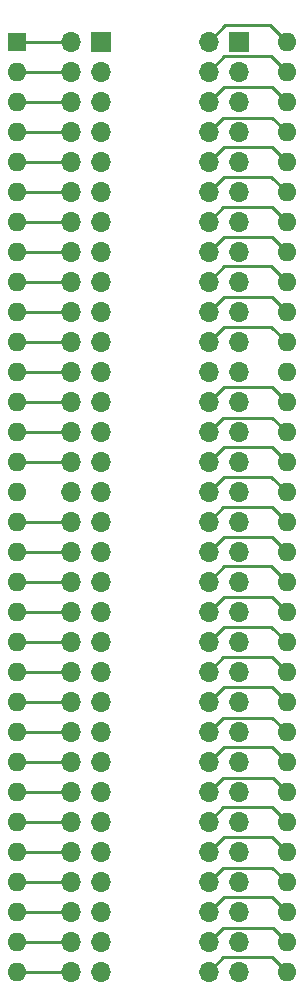
<source format=gbr>
G04 #@! TF.GenerationSoftware,KiCad,Pcbnew,(7.0.0-0)*
G04 #@! TF.CreationDate,2023-03-11T12:41:52+01:00*
G04 #@! TF.ProjectId,86KUUTHeader,38364b55-5554-4486-9561-6465722e6b69,rev?*
G04 #@! TF.SameCoordinates,Original*
G04 #@! TF.FileFunction,Copper,L2,Bot*
G04 #@! TF.FilePolarity,Positive*
%FSLAX46Y46*%
G04 Gerber Fmt 4.6, Leading zero omitted, Abs format (unit mm)*
G04 Created by KiCad (PCBNEW (7.0.0-0)) date 2023-03-11 12:41:52*
%MOMM*%
%LPD*%
G01*
G04 APERTURE LIST*
G04 #@! TA.AperFunction,ComponentPad*
%ADD10R,1.700000X1.700000*%
G04 #@! TD*
G04 #@! TA.AperFunction,ComponentPad*
%ADD11O,1.700000X1.700000*%
G04 #@! TD*
G04 #@! TA.AperFunction,ComponentPad*
%ADD12R,1.600000X1.600000*%
G04 #@! TD*
G04 #@! TA.AperFunction,ComponentPad*
%ADD13O,1.600000X1.600000*%
G04 #@! TD*
G04 #@! TA.AperFunction,Conductor*
%ADD14C,0.250000*%
G04 #@! TD*
G04 APERTURE END LIST*
D10*
X130359999Y-58799999D03*
D11*
X127819999Y-58799999D03*
X130359999Y-61339999D03*
X127819999Y-61339999D03*
X130359999Y-63879999D03*
X127819999Y-63879999D03*
X130359999Y-66419999D03*
X127819999Y-66419999D03*
X130359999Y-68959999D03*
X127819999Y-68959999D03*
X130359999Y-71499999D03*
X127819999Y-71499999D03*
X130359999Y-74039999D03*
X127819999Y-74039999D03*
X130359999Y-76579999D03*
X127819999Y-76579999D03*
X130359999Y-79119999D03*
X127819999Y-79119999D03*
X130359999Y-81659999D03*
X127819999Y-81659999D03*
X130359999Y-84199999D03*
X127819999Y-84199999D03*
X130359999Y-86739999D03*
X127819999Y-86739999D03*
X130359999Y-89279999D03*
X127819999Y-89279999D03*
X130359999Y-91819999D03*
X127819999Y-91819999D03*
X130359999Y-94359999D03*
X127819999Y-94359999D03*
X130359999Y-96899999D03*
X127819999Y-96899999D03*
X130359999Y-99439999D03*
X127819999Y-99439999D03*
X130359999Y-101979999D03*
X127819999Y-101979999D03*
X130359999Y-104519999D03*
X127819999Y-104519999D03*
X130359999Y-107059999D03*
X127819999Y-107059999D03*
X130359999Y-109599999D03*
X127819999Y-109599999D03*
X130359999Y-112139999D03*
X127819999Y-112139999D03*
X130359999Y-114679999D03*
X127819999Y-114679999D03*
X130359999Y-117219999D03*
X127819999Y-117219999D03*
X130359999Y-119759999D03*
X127819999Y-119759999D03*
X130359999Y-122299999D03*
X127819999Y-122299999D03*
X130359999Y-124839999D03*
X127819999Y-124839999D03*
X130359999Y-127379999D03*
X127819999Y-127379999D03*
X130359999Y-129919999D03*
X127819999Y-129919999D03*
X130359999Y-132459999D03*
X127819999Y-132459999D03*
X130359999Y-134999999D03*
X127819999Y-134999999D03*
X130359999Y-137539999D03*
X127819999Y-137539999D03*
D10*
X141999999Y-58799999D03*
D11*
X139459999Y-58799999D03*
X141999999Y-61339999D03*
X139459999Y-61339999D03*
X141999999Y-63879999D03*
X139459999Y-63879999D03*
X141999999Y-66419999D03*
X139459999Y-66419999D03*
X141999999Y-68959999D03*
X139459999Y-68959999D03*
X141999999Y-71499999D03*
X139459999Y-71499999D03*
X141999999Y-74039999D03*
X139459999Y-74039999D03*
X141999999Y-76579999D03*
X139459999Y-76579999D03*
X141999999Y-79119999D03*
X139459999Y-79119999D03*
X141999999Y-81659999D03*
X139459999Y-81659999D03*
X141999999Y-84199999D03*
X139459999Y-84199999D03*
X141999999Y-86739999D03*
X139459999Y-86739999D03*
X141999999Y-89279999D03*
X139459999Y-89279999D03*
X141999999Y-91819999D03*
X139459999Y-91819999D03*
X141999999Y-94359999D03*
X139459999Y-94359999D03*
X141999999Y-96899999D03*
X139459999Y-96899999D03*
X141999999Y-99439999D03*
X139459999Y-99439999D03*
X141999999Y-101979999D03*
X139459999Y-101979999D03*
X141999999Y-104519999D03*
X139459999Y-104519999D03*
X141999999Y-107059999D03*
X139459999Y-107059999D03*
X141999999Y-109599999D03*
X139459999Y-109599999D03*
X141999999Y-112139999D03*
X139459999Y-112139999D03*
X141999999Y-114679999D03*
X139459999Y-114679999D03*
X141999999Y-117219999D03*
X139459999Y-117219999D03*
X141999999Y-119759999D03*
X139459999Y-119759999D03*
X141999999Y-122299999D03*
X139459999Y-122299999D03*
X141999999Y-124839999D03*
X139459999Y-124839999D03*
X141999999Y-127379999D03*
X139459999Y-127379999D03*
X141999999Y-129919999D03*
X139459999Y-129919999D03*
X141999999Y-132459999D03*
X139459999Y-132459999D03*
X141999999Y-134999999D03*
X139459999Y-134999999D03*
X141999999Y-137539999D03*
X139459999Y-137539999D03*
D12*
X123206999Y-58799999D03*
D13*
X123206999Y-61339999D03*
X123206999Y-63879999D03*
X123206999Y-66419999D03*
X123206999Y-68959999D03*
X123206999Y-71499999D03*
X123206999Y-74039999D03*
X123206999Y-76579999D03*
X123206999Y-79119999D03*
X123206999Y-81659999D03*
X123206999Y-84199999D03*
X123206999Y-86739999D03*
X123206999Y-89279999D03*
X123206999Y-91819999D03*
X123206999Y-94359999D03*
X123206999Y-96899999D03*
X123206999Y-99439999D03*
X123206999Y-101979999D03*
X123206999Y-104519999D03*
X123206999Y-107059999D03*
X123206999Y-109599999D03*
X123206999Y-112139999D03*
X123206999Y-114679999D03*
X123206999Y-117219999D03*
X123206999Y-119759999D03*
X123206999Y-122299999D03*
X123206999Y-124839999D03*
X123206999Y-127379999D03*
X123206999Y-129919999D03*
X123206999Y-132459999D03*
X123206999Y-134999999D03*
X123206999Y-137539999D03*
X146066999Y-137539999D03*
X146066999Y-134999999D03*
X146066999Y-132459999D03*
X146066999Y-129919999D03*
X146066999Y-127379999D03*
X146066999Y-124839999D03*
X146066999Y-122299999D03*
X146066999Y-119759999D03*
X146066999Y-117219999D03*
X146066999Y-114679999D03*
X146066999Y-112139999D03*
X146066999Y-109599999D03*
X146066999Y-107059999D03*
X146066999Y-104519999D03*
X146066999Y-101979999D03*
X146066999Y-99439999D03*
X146066999Y-96899999D03*
X146066999Y-94359999D03*
X146066999Y-91819999D03*
X146066999Y-89279999D03*
X146066999Y-86739999D03*
X146066999Y-84199999D03*
X146066999Y-81659999D03*
X146066999Y-79119999D03*
X146066999Y-76579999D03*
X146066999Y-74039999D03*
X146066999Y-71499999D03*
X146066999Y-68959999D03*
X146066999Y-66419999D03*
X146066999Y-63879999D03*
X146066999Y-61339999D03*
X146066999Y-58799999D03*
D14*
X123207000Y-58800000D02*
X127820000Y-58800000D01*
X123207000Y-61340000D02*
X127820000Y-61340000D01*
X123207000Y-63880000D02*
X127820000Y-63880000D01*
X123207000Y-66420000D02*
X127820000Y-66420000D01*
X123207000Y-68960000D02*
X127820000Y-68960000D01*
X123207000Y-71500000D02*
X127820000Y-71500000D01*
X123207000Y-74040000D02*
X127820000Y-74040000D01*
X123207000Y-76580000D02*
X127820000Y-76580000D01*
X123207000Y-79120000D02*
X127820000Y-79120000D01*
X123207000Y-81660000D02*
X127820000Y-81660000D01*
X123207000Y-84200000D02*
X127820000Y-84200000D01*
X123207000Y-86740000D02*
X127820000Y-86740000D01*
X123207000Y-89280000D02*
X127820000Y-89280000D01*
X123207000Y-91820000D02*
X127820000Y-91820000D01*
X123207000Y-94360000D02*
X127820000Y-94360000D01*
X123207000Y-99440000D02*
X127820000Y-99440000D01*
X123207000Y-101980000D02*
X127820000Y-101980000D01*
X123207000Y-104520000D02*
X127820000Y-104520000D01*
X123207000Y-107060000D02*
X127820000Y-107060000D01*
X123207000Y-109600000D02*
X127820000Y-109600000D01*
X123207000Y-112140000D02*
X127820000Y-112140000D01*
X123207000Y-114680000D02*
X127820000Y-114680000D01*
X123207000Y-117220000D02*
X127820000Y-117220000D01*
X123207000Y-119760000D02*
X127820000Y-119760000D01*
X123207000Y-122300000D02*
X127820000Y-122300000D01*
X123207000Y-124840000D02*
X127820000Y-124840000D01*
X123207000Y-127380000D02*
X127820000Y-127380000D01*
X123207000Y-129920000D02*
X127820000Y-129920000D01*
X123207000Y-132460000D02*
X127820000Y-132460000D01*
X123207000Y-135000000D02*
X127820000Y-135000000D01*
X123207000Y-137540000D02*
X127820000Y-137540000D01*
X139460000Y-137540000D02*
X140700000Y-136300000D01*
X140700000Y-136300000D02*
X144827000Y-136300000D01*
X144827000Y-136300000D02*
X146067000Y-137540000D01*
X144867000Y-133800000D02*
X146067000Y-135000000D01*
X140660000Y-133800000D02*
X144867000Y-133800000D01*
X139460000Y-135000000D02*
X140660000Y-133800000D01*
X144807000Y-131200000D02*
X146067000Y-132460000D01*
X140720000Y-131200000D02*
X144807000Y-131200000D01*
X139460000Y-132460000D02*
X140720000Y-131200000D01*
X140680000Y-128700000D02*
X144847000Y-128700000D01*
X139460000Y-129920000D02*
X140680000Y-128700000D01*
X144847000Y-128700000D02*
X146067000Y-129920000D01*
X140740000Y-126100000D02*
X144787000Y-126100000D01*
X144787000Y-126100000D02*
X146067000Y-127380000D01*
X139460000Y-127380000D02*
X140740000Y-126100000D01*
X144827000Y-123600000D02*
X146067000Y-124840000D01*
X139460000Y-124840000D02*
X140700000Y-123600000D01*
X140700000Y-123600000D02*
X144827000Y-123600000D01*
X139460000Y-122300000D02*
X140660000Y-121100000D01*
X144867000Y-121100000D02*
X146067000Y-122300000D01*
X140660000Y-121100000D02*
X144867000Y-121100000D01*
X140720000Y-118500000D02*
X144807000Y-118500000D01*
X139460000Y-119760000D02*
X140720000Y-118500000D01*
X144807000Y-118500000D02*
X146067000Y-119760000D01*
X144847000Y-116000000D02*
X146067000Y-117220000D01*
X139460000Y-117220000D02*
X140680000Y-116000000D01*
X140680000Y-116000000D02*
X144847000Y-116000000D01*
X139460000Y-114680000D02*
X140740000Y-113400000D01*
X144787000Y-113400000D02*
X146067000Y-114680000D01*
X140740000Y-113400000D02*
X144787000Y-113400000D01*
X144827000Y-110900000D02*
X146067000Y-112140000D01*
X139460000Y-112140000D02*
X140700000Y-110900000D01*
X140700000Y-110900000D02*
X144827000Y-110900000D01*
X140760000Y-108300000D02*
X144767000Y-108300000D01*
X144767000Y-108300000D02*
X146067000Y-109600000D01*
X139460000Y-109600000D02*
X140760000Y-108300000D01*
X144807000Y-105800000D02*
X146067000Y-107060000D01*
X139460000Y-107060000D02*
X140720000Y-105800000D01*
X140720000Y-105800000D02*
X144807000Y-105800000D01*
X144747000Y-103200000D02*
X146067000Y-104520000D01*
X139460000Y-104520000D02*
X140780000Y-103200000D01*
X140780000Y-103200000D02*
X144747000Y-103200000D01*
X139460000Y-101980000D02*
X140740000Y-100700000D01*
X144787000Y-100700000D02*
X146067000Y-101980000D01*
X140740000Y-100700000D02*
X144787000Y-100700000D01*
X139460000Y-99440000D02*
X140700000Y-98200000D01*
X144827000Y-98200000D02*
X146067000Y-99440000D01*
X140700000Y-98200000D02*
X144827000Y-98200000D01*
X140760000Y-95600000D02*
X144767000Y-95600000D01*
X139460000Y-96900000D02*
X140760000Y-95600000D01*
X144767000Y-95600000D02*
X146067000Y-96900000D01*
X144807000Y-93100000D02*
X146067000Y-94360000D01*
X139460000Y-94360000D02*
X140720000Y-93100000D01*
X140720000Y-93100000D02*
X144807000Y-93100000D01*
X140680000Y-90600000D02*
X144847000Y-90600000D01*
X139460000Y-91820000D02*
X140680000Y-90600000D01*
X144847000Y-90600000D02*
X146067000Y-91820000D01*
X139460000Y-89280000D02*
X140740000Y-88000000D01*
X144787000Y-88000000D02*
X146067000Y-89280000D01*
X140740000Y-88000000D02*
X144787000Y-88000000D01*
X139460000Y-84200000D02*
X140760000Y-82900000D01*
X144767000Y-82900000D02*
X146067000Y-84200000D01*
X140760000Y-82900000D02*
X144767000Y-82900000D01*
X144807000Y-80400000D02*
X146067000Y-81660000D01*
X140720000Y-80400000D02*
X144807000Y-80400000D01*
X139460000Y-81660000D02*
X140720000Y-80400000D01*
X144747000Y-77800000D02*
X146067000Y-79120000D01*
X140780000Y-77800000D02*
X144747000Y-77800000D01*
X139460000Y-79120000D02*
X140780000Y-77800000D01*
X139460000Y-76580000D02*
X140740000Y-75300000D01*
X144787000Y-75300000D02*
X146067000Y-76580000D01*
X140740000Y-75300000D02*
X144787000Y-75300000D01*
X140700000Y-72800000D02*
X144827000Y-72800000D01*
X139460000Y-74040000D02*
X140700000Y-72800000D01*
X144827000Y-72800000D02*
X146067000Y-74040000D01*
X144767000Y-70200000D02*
X146067000Y-71500000D01*
X140760000Y-70200000D02*
X144767000Y-70200000D01*
X139460000Y-71500000D02*
X140760000Y-70200000D01*
X144807000Y-67700000D02*
X146067000Y-68960000D01*
X140720000Y-67700000D02*
X144807000Y-67700000D01*
X139460000Y-68960000D02*
X140720000Y-67700000D01*
X140680000Y-65200000D02*
X139460000Y-66420000D01*
X146067000Y-66420000D02*
X144847000Y-65200000D01*
X144847000Y-65200000D02*
X140680000Y-65200000D01*
X144787000Y-62600000D02*
X140740000Y-62600000D01*
X146067000Y-63880000D02*
X144787000Y-62600000D01*
X140740000Y-62600000D02*
X139460000Y-63880000D01*
X144727000Y-60000000D02*
X140800000Y-60000000D01*
X140800000Y-60000000D02*
X139460000Y-61340000D01*
X146067000Y-61340000D02*
X144727000Y-60000000D01*
X146067000Y-58800000D02*
X144667000Y-57400000D01*
X140860000Y-57400000D02*
X139460000Y-58800000D01*
X144667000Y-57400000D02*
X140860000Y-57400000D01*
M02*

</source>
